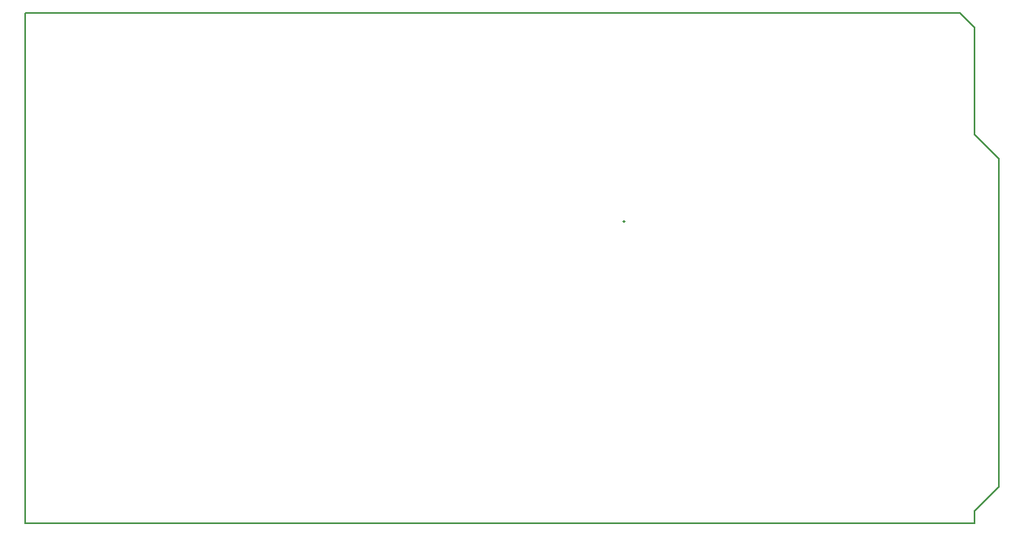
<source format=gbr>
%TF.GenerationSoftware,KiCad,Pcbnew,7.0.6*%
%TF.CreationDate,2023-09-19T17:20:12+08:00*%
%TF.ProjectId,Control Panel Mega Shield,436f6e74-726f-46c2-9050-616e656c204d,0*%
%TF.SameCoordinates,Original*%
%TF.FileFunction,Legend,Bot*%
%TF.FilePolarity,Positive*%
%FSLAX46Y46*%
G04 Gerber Fmt 4.6, Leading zero omitted, Abs format (unit mm)*
G04 Created by KiCad (PCBNEW 7.0.6) date 2023-09-19 17:20:12*
%MOMM*%
%LPD*%
G01*
G04 APERTURE LIST*
%ADD10C,0.150000*%
G04 APERTURE END LIST*
D10*
X62484000Y-21695580D02*
X62531619Y-21743200D01*
X62531619Y-21743200D02*
X62484000Y-21790819D01*
X62484000Y-21790819D02*
X62436381Y-21743200D01*
X62436381Y-21743200D02*
X62484000Y-21695580D01*
X62484000Y-21695580D02*
X62484000Y-21790819D01*
%TO.C,XA1*%
X0Y0D02*
X0Y-53340000D01*
X0Y0D02*
X97536000Y0D01*
X0Y-53340000D02*
X99060000Y-53340000D01*
X97536000Y0D02*
X99060000Y-1524000D01*
X99060000Y-12700000D02*
X99060000Y-1524000D01*
X99060000Y-52070000D02*
X101600000Y-49530000D01*
X99060000Y-53340000D02*
X99060000Y-52070000D01*
X101600000Y-15240000D02*
X99060000Y-12700000D01*
X101600000Y-49530000D02*
X101600000Y-15240000D01*
%TD*%
M02*

</source>
